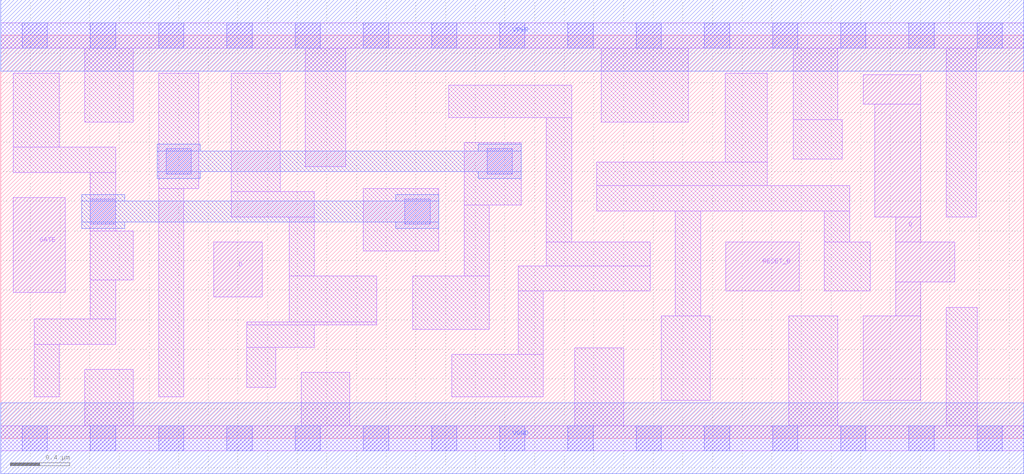
<source format=lef>
# Copyright 2020 The SkyWater PDK Authors
#
# Licensed under the Apache License, Version 2.0 (the "License");
# you may not use this file except in compliance with the License.
# You may obtain a copy of the License at
#
#     https://www.apache.org/licenses/LICENSE-2.0
#
# Unless required by applicable law or agreed to in writing, software
# distributed under the License is distributed on an "AS IS" BASIS,
# WITHOUT WARRANTIES OR CONDITIONS OF ANY KIND, either express or implied.
# See the License for the specific language governing permissions and
# limitations under the License.
#
# SPDX-License-Identifier: Apache-2.0

VERSION 5.7 ;
  NAMESCASESENSITIVE ON ;
  NOWIREEXTENSIONATPIN ON ;
  DIVIDERCHAR "/" ;
  BUSBITCHARS "[]" ;
UNITS
  DATABASE MICRONS 200 ;
END UNITS
PROPERTYDEFINITIONS
  MACRO maskLayoutSubType STRING ;
  MACRO prCellType STRING ;
  MACRO originalViewName STRING ;
END PROPERTYDEFINITIONS
MACRO sky130_fd_sc_hdll__dlrtp_2
  CLASS CORE ;
  FOREIGN sky130_fd_sc_hdll__dlrtp_2 ;
  ORIGIN  0.000000  0.000000 ;
  SIZE  6.900000 BY  2.720000 ;
  SYMMETRY X Y R90 ;
  SITE unithd ;
  PIN D
    ANTENNAGATEAREA  0.178200 ;
    DIRECTION INPUT ;
    USE SIGNAL ;
    PORT
      LAYER li1 ;
        RECT 1.435000 0.955000 1.765000 1.325000 ;
    END
  END D
  PIN GATE
    ANTENNAGATEAREA  0.178200 ;
    DIRECTION INPUT ;
    USE SIGNAL ;
    PORT
      LAYER li1 ;
        RECT 0.085000 0.985000 0.435000 1.625000 ;
    END
  END GATE
  PIN Q
    ANTENNADIFFAREA  0.465500 ;
    DIRECTION OUTPUT ;
    USE SIGNAL ;
    PORT
      LAYER li1 ;
        RECT 5.815000 0.255000 6.205000 0.825000 ;
        RECT 5.815000 2.255000 6.205000 2.455000 ;
        RECT 5.895000 1.495000 6.205000 2.255000 ;
        RECT 6.035000 0.825000 6.205000 1.055000 ;
        RECT 6.035000 1.055000 6.435000 1.325000 ;
        RECT 6.035000 1.325000 6.205000 1.495000 ;
    END
  END Q
  PIN RESET_B
    ANTENNAGATEAREA  0.277500 ;
    DIRECTION INPUT ;
    USE SIGNAL ;
    PORT
      LAYER li1 ;
        RECT 4.890000 0.995000 5.385000 1.325000 ;
    END
  END RESET_B
  PIN VGND
    DIRECTION INOUT ;
    USE GROUND ;
    PORT
      LAYER met1 ;
        RECT 0.000000 -0.240000 6.900000 0.240000 ;
    END
  END VGND
  PIN VPWR
    DIRECTION INOUT ;
    USE POWER ;
    PORT
      LAYER met1 ;
        RECT 0.000000 2.480000 6.900000 2.960000 ;
    END
  END VPWR
  OBS
    LAYER li1 ;
      RECT 0.000000 -0.085000 6.900000 0.085000 ;
      RECT 0.000000  2.635000 6.900000 2.805000 ;
      RECT 0.085000  1.795000 0.775000 1.965000 ;
      RECT 0.085000  1.965000 0.395000 2.465000 ;
      RECT 0.225000  0.280000 0.395000 0.635000 ;
      RECT 0.225000  0.635000 0.775000 0.805000 ;
      RECT 0.565000  0.085000 0.895000 0.465000 ;
      RECT 0.565000  2.135000 0.895000 2.635000 ;
      RECT 0.605000  0.805000 0.775000 1.070000 ;
      RECT 0.605000  1.070000 0.895000 1.400000 ;
      RECT 0.605000  1.400000 0.775000 1.795000 ;
      RECT 1.065000  0.280000 1.235000 1.685000 ;
      RECT 1.065000  1.685000 1.335000 2.465000 ;
      RECT 1.555000  1.495000 2.115000 1.665000 ;
      RECT 1.555000  1.665000 1.885000 2.465000 ;
      RECT 1.660000  0.345000 1.855000 0.615000 ;
      RECT 1.660000  0.615000 2.115000 0.765000 ;
      RECT 1.660000  0.765000 2.535000 0.785000 ;
      RECT 1.945000  0.785000 2.535000 1.095000 ;
      RECT 1.945000  1.095000 2.115000 1.495000 ;
      RECT 2.025000  0.085000 2.355000 0.445000 ;
      RECT 2.055000  1.835000 2.325000 2.635000 ;
      RECT 2.445000  1.265000 2.955000 1.685000 ;
      RECT 2.780000  0.735000 3.295000 1.095000 ;
      RECT 3.020000  2.165000 3.850000 2.385000 ;
      RECT 3.040000  0.280000 3.660000 0.565000 ;
      RECT 3.125000  1.095000 3.295000 1.575000 ;
      RECT 3.125000  1.575000 3.510000 1.995000 ;
      RECT 3.490000  0.565000 3.660000 0.995000 ;
      RECT 3.490000  0.995000 4.380000 1.165000 ;
      RECT 3.680000  1.165000 4.380000 1.325000 ;
      RECT 3.680000  1.325000 3.850000 2.165000 ;
      RECT 3.870000  0.085000 4.200000 0.610000 ;
      RECT 4.020000  1.535000 5.725000 1.705000 ;
      RECT 4.020000  1.705000 5.170000 1.865000 ;
      RECT 4.050000  2.135000 4.635000 2.635000 ;
      RECT 4.455000  0.255000 4.785000 0.825000 ;
      RECT 4.550000  0.825000 4.720000 1.535000 ;
      RECT 4.885000  1.865000 5.170000 2.465000 ;
      RECT 5.315000  0.085000 5.645000 0.825000 ;
      RECT 5.345000  1.885000 5.675000 2.150000 ;
      RECT 5.345000  2.150000 5.645000 2.635000 ;
      RECT 5.555000  0.995000 5.865000 1.325000 ;
      RECT 5.555000  1.325000 5.725000 1.535000 ;
      RECT 6.375000  0.085000 6.585000 0.885000 ;
      RECT 6.375000  1.495000 6.580000 2.635000 ;
    LAYER mcon ;
      RECT 0.145000 -0.085000 0.315000 0.085000 ;
      RECT 0.145000  2.635000 0.315000 2.805000 ;
      RECT 0.605000 -0.085000 0.775000 0.085000 ;
      RECT 0.605000  1.445000 0.775000 1.615000 ;
      RECT 0.605000  2.635000 0.775000 2.805000 ;
      RECT 1.065000 -0.085000 1.235000 0.085000 ;
      RECT 1.065000  2.635000 1.235000 2.805000 ;
      RECT 1.115000  1.785000 1.285000 1.955000 ;
      RECT 1.525000 -0.085000 1.695000 0.085000 ;
      RECT 1.525000  2.635000 1.695000 2.805000 ;
      RECT 1.985000 -0.085000 2.155000 0.085000 ;
      RECT 1.985000  2.635000 2.155000 2.805000 ;
      RECT 2.445000 -0.085000 2.615000 0.085000 ;
      RECT 2.445000  2.635000 2.615000 2.805000 ;
      RECT 2.725000  1.445000 2.895000 1.615000 ;
      RECT 2.905000 -0.085000 3.075000 0.085000 ;
      RECT 2.905000  2.635000 3.075000 2.805000 ;
      RECT 3.280000  1.785000 3.450000 1.955000 ;
      RECT 3.365000 -0.085000 3.535000 0.085000 ;
      RECT 3.365000  2.635000 3.535000 2.805000 ;
      RECT 3.825000 -0.085000 3.995000 0.085000 ;
      RECT 3.825000  2.635000 3.995000 2.805000 ;
      RECT 4.285000 -0.085000 4.455000 0.085000 ;
      RECT 4.285000  2.635000 4.455000 2.805000 ;
      RECT 4.745000 -0.085000 4.915000 0.085000 ;
      RECT 4.745000  2.635000 4.915000 2.805000 ;
      RECT 5.205000 -0.085000 5.375000 0.085000 ;
      RECT 5.205000  2.635000 5.375000 2.805000 ;
      RECT 5.665000 -0.085000 5.835000 0.085000 ;
      RECT 5.665000  2.635000 5.835000 2.805000 ;
      RECT 6.125000 -0.085000 6.295000 0.085000 ;
      RECT 6.125000  2.635000 6.295000 2.805000 ;
      RECT 6.585000 -0.085000 6.755000 0.085000 ;
      RECT 6.585000  2.635000 6.755000 2.805000 ;
    LAYER met1 ;
      RECT 0.545000 1.415000 0.835000 1.460000 ;
      RECT 0.545000 1.460000 2.955000 1.600000 ;
      RECT 0.545000 1.600000 0.835000 1.645000 ;
      RECT 1.055000 1.755000 1.345000 1.800000 ;
      RECT 1.055000 1.800000 3.510000 1.940000 ;
      RECT 1.055000 1.940000 1.345000 1.985000 ;
      RECT 2.665000 1.415000 2.955000 1.460000 ;
      RECT 2.665000 1.600000 2.955000 1.645000 ;
      RECT 3.220000 1.755000 3.510000 1.800000 ;
      RECT 3.220000 1.940000 3.510000 1.985000 ;
  END
  PROPERTY maskLayoutSubType "abstract" ;
  PROPERTY prCellType "standard" ;
  PROPERTY originalViewName "layout" ;
END sky130_fd_sc_hdll__dlrtp_2

</source>
